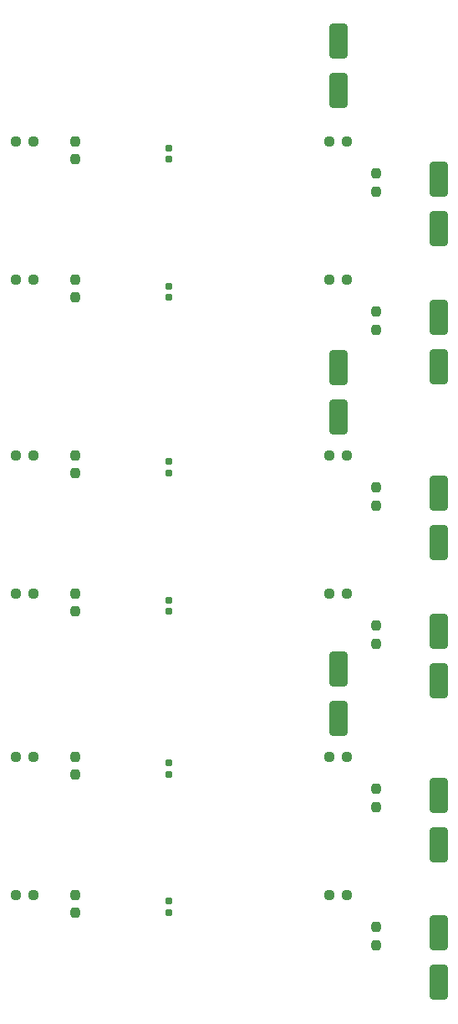
<source format=gbr>
%TF.GenerationSoftware,KiCad,Pcbnew,7.0.1*%
%TF.CreationDate,2023-04-13T18:21:32+09:00*%
%TF.ProjectId,motor_driver,6d6f746f-725f-4647-9269-7665722e6b69,rev?*%
%TF.SameCoordinates,Original*%
%TF.FileFunction,Paste,Bot*%
%TF.FilePolarity,Positive*%
%FSLAX46Y46*%
G04 Gerber Fmt 4.6, Leading zero omitted, Abs format (unit mm)*
G04 Created by KiCad (PCBNEW 7.0.1) date 2023-04-13 18:21:32*
%MOMM*%
%LPD*%
G01*
G04 APERTURE LIST*
G04 Aperture macros list*
%AMRoundRect*
0 Rectangle with rounded corners*
0 $1 Rounding radius*
0 $2 $3 $4 $5 $6 $7 $8 $9 X,Y pos of 4 corners*
0 Add a 4 corners polygon primitive as box body*
4,1,4,$2,$3,$4,$5,$6,$7,$8,$9,$2,$3,0*
0 Add four circle primitives for the rounded corners*
1,1,$1+$1,$2,$3*
1,1,$1+$1,$4,$5*
1,1,$1+$1,$6,$7*
1,1,$1+$1,$8,$9*
0 Add four rect primitives between the rounded corners*
20,1,$1+$1,$2,$3,$4,$5,0*
20,1,$1+$1,$4,$5,$6,$7,0*
20,1,$1+$1,$6,$7,$8,$9,0*
20,1,$1+$1,$8,$9,$2,$3,0*%
G04 Aperture macros list end*
%ADD10RoundRect,0.250000X0.650000X-1.500000X0.650000X1.500000X-0.650000X1.500000X-0.650000X-1.500000X0*%
%ADD11RoundRect,0.155000X-0.155000X0.212500X-0.155000X-0.212500X0.155000X-0.212500X0.155000X0.212500X0*%
%ADD12RoundRect,0.237500X-0.250000X-0.237500X0.250000X-0.237500X0.250000X0.237500X-0.250000X0.237500X0*%
%ADD13RoundRect,0.237500X0.237500X-0.250000X0.237500X0.250000X-0.237500X0.250000X-0.237500X-0.250000X0*%
%ADD14RoundRect,0.237500X-0.237500X0.250000X-0.237500X-0.250000X0.237500X-0.250000X0.237500X0.250000X0*%
G04 APERTURE END LIST*
D10*
%TO.C,D1*%
X110670000Y-44410000D03*
X110670000Y-39410000D03*
%TD*%
D11*
%TO.C,C9*%
X93525000Y-112395000D03*
X93525000Y-113530000D03*
%TD*%
D12*
%TO.C,R19*%
X78007500Y-111760000D03*
X79832500Y-111760000D03*
%TD*%
D13*
%TO.C,R11*%
X114480000Y-54610000D03*
X114480000Y-52785000D03*
%TD*%
D12*
%TO.C,R21*%
X109757500Y-111760000D03*
X111582500Y-111760000D03*
%TD*%
D14*
%TO.C,R3*%
X84000000Y-81280000D03*
X84000000Y-83105000D03*
%TD*%
D11*
%TO.C,C1*%
X93525000Y-50232500D03*
X93525000Y-51367500D03*
%TD*%
D13*
%TO.C,R24*%
X114480000Y-130810000D03*
X114480000Y-128985000D03*
%TD*%
D11*
%TO.C,C2*%
X93525000Y-64202500D03*
X93525000Y-65337500D03*
%TD*%
D12*
%TO.C,R7*%
X78007500Y-49530000D03*
X79832500Y-49530000D03*
%TD*%
%TO.C,R9*%
X109757500Y-49530000D03*
X111582500Y-49530000D03*
%TD*%
%TO.C,R20*%
X78007500Y-125730000D03*
X79832500Y-125730000D03*
%TD*%
D13*
%TO.C,R23*%
X114480000Y-116840000D03*
X114480000Y-115015000D03*
%TD*%
D10*
%TO.C,D8*%
X120830000Y-120650000D03*
X120830000Y-115650000D03*
%TD*%
%TO.C,D4*%
X120830000Y-58380000D03*
X120830000Y-53380000D03*
%TD*%
%TO.C,D7*%
X120830000Y-104100000D03*
X120830000Y-99100000D03*
%TD*%
%TO.C,D3*%
X110670000Y-107910000D03*
X110670000Y-102910000D03*
%TD*%
D14*
%TO.C,R5*%
X84000000Y-111760000D03*
X84000000Y-113585000D03*
%TD*%
D12*
%TO.C,R8*%
X78007500Y-63500000D03*
X79832500Y-63500000D03*
%TD*%
%TO.C,R14*%
X78007500Y-95250000D03*
X79832500Y-95250000D03*
%TD*%
D13*
%TO.C,R12*%
X114480000Y-68580000D03*
X114480000Y-66755000D03*
%TD*%
D12*
%TO.C,R13*%
X78007500Y-81280000D03*
X79832500Y-81280000D03*
%TD*%
D11*
%TO.C,C6*%
X93525000Y-95952500D03*
X93525000Y-97087500D03*
%TD*%
%TO.C,C10*%
X93525000Y-126365000D03*
X93525000Y-127500000D03*
%TD*%
D14*
%TO.C,R2*%
X84000000Y-63500000D03*
X84000000Y-65325000D03*
%TD*%
D12*
%TO.C,R10*%
X109757500Y-63500000D03*
X111582500Y-63500000D03*
%TD*%
D14*
%TO.C,R6*%
X84000000Y-125730000D03*
X84000000Y-127555000D03*
%TD*%
D13*
%TO.C,R17*%
X114480000Y-86360000D03*
X114480000Y-84535000D03*
%TD*%
%TO.C,R18*%
X114480000Y-100330000D03*
X114480000Y-98505000D03*
%TD*%
D14*
%TO.C,R1*%
X84000000Y-49530000D03*
X84000000Y-51355000D03*
%TD*%
D10*
%TO.C,D2*%
X110670000Y-77430000D03*
X110670000Y-72430000D03*
%TD*%
%TO.C,D6*%
X120830000Y-90130000D03*
X120830000Y-85130000D03*
%TD*%
%TO.C,D5*%
X120830000Y-72350000D03*
X120830000Y-67350000D03*
%TD*%
D12*
%TO.C,R16*%
X109757500Y-95250000D03*
X111582500Y-95250000D03*
%TD*%
D11*
%TO.C,C5*%
X93525000Y-81915000D03*
X93525000Y-83050000D03*
%TD*%
D14*
%TO.C,R4*%
X84000000Y-95250000D03*
X84000000Y-97075000D03*
%TD*%
D12*
%TO.C,R22*%
X109757500Y-125730000D03*
X111582500Y-125730000D03*
%TD*%
%TO.C,R15*%
X109757500Y-81280000D03*
X111582500Y-81280000D03*
%TD*%
D10*
%TO.C,D9*%
X120830000Y-134580000D03*
X120830000Y-129580000D03*
%TD*%
M02*

</source>
